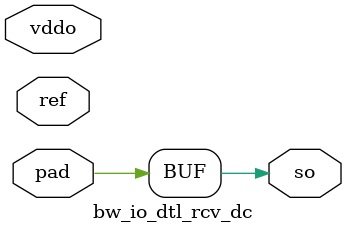
<source format=v>


module bw_io_dtl_rcv_dc (/*AUTOARG*/
  // Outputs
  so, 
  // Inputs
  pad, ref, vddo
  );

  output	so;
  input		pad;
  input		ref;
  input		vddo;


  assign so = pad ;


  endmodule


// Local Variables:
// verilog-auto-sense-defines-constant:t
// End:

</source>
